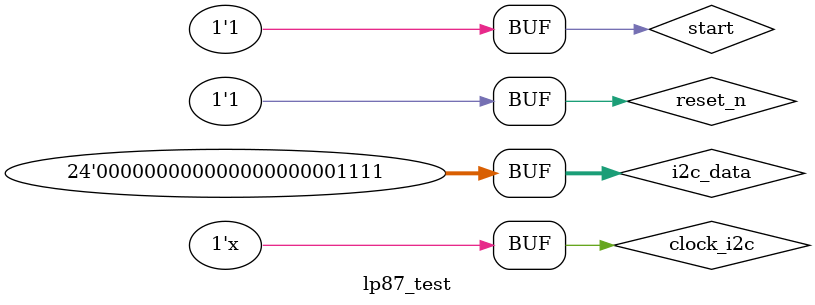
<source format=v>
`timescale 1ns / 1ps


module lp87_test;
    reg [23:0]i2c_data;
    reg reset_n;
    reg clock_i2c;
    wire ack;
    reg start;
    wire tr_end;
    wire i2c_sclk;
    wire i2c_sdat;

  initial begin
      i2c_data=24'd15;
      reset_n=0;
      clock_i2c=0;
      start=0;
      #500 reset_n=1;
      #500
      start=1;

  end  
always#10 clock_i2c=~clock_i2c;



 i2c_com tt(

     .i2c_data(i2c_data),
     .reset_n(reset_n),
     .clock_i2c(clock_i2c),
     .ack(ack),
     .start(start),
     .tr_end(tr_end),
     .i2c_sclk(i2c_sclk),
     .i2c_sdat(i2c_sdat)
 );

endmodule

</source>
